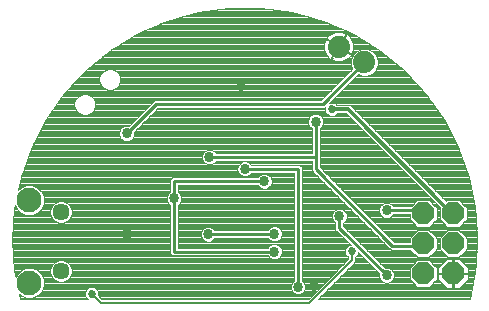
<source format=gbl>
G75*
%MOIN*%
%OFA0B0*%
%FSLAX25Y25*%
%IPPOS*%
%LPD*%
%AMOC8*
5,1,8,0,0,1.08239X$1,22.5*
%
%ADD10C,0.07400*%
%ADD11C,0.05709*%
%ADD12C,0.08268*%
%ADD13OC8,0.07400*%
%ADD14C,0.00394*%
%ADD15C,0.03369*%
%ADD16C,0.01200*%
%ADD17C,0.02700*%
%ADD18C,0.01000*%
%ADD19C,0.00600*%
D10*
X0123681Y0140342D03*
X0115164Y0145582D03*
D11*
X0022591Y0090446D03*
X0022591Y0070761D03*
D12*
X0012002Y0066827D03*
X0011956Y0094398D03*
D13*
X0143280Y0089964D03*
X0153280Y0089964D03*
X0153280Y0079964D03*
X0143280Y0079964D03*
X0143280Y0069964D03*
X0153280Y0069964D03*
D14*
X0153477Y0070152D02*
X0160567Y0070152D01*
X0160486Y0069760D02*
X0158177Y0069760D01*
X0158177Y0069767D02*
X0153477Y0069767D01*
X0153477Y0070160D01*
X0158177Y0070160D01*
X0158177Y0071992D01*
X0155308Y0074861D01*
X0153477Y0074861D01*
X0153477Y0070161D01*
X0153083Y0070161D01*
X0153083Y0074861D01*
X0151251Y0074861D01*
X0148383Y0071992D01*
X0148383Y0070160D01*
X0153083Y0070160D01*
X0153083Y0069767D01*
X0148383Y0069767D01*
X0148383Y0067935D01*
X0151251Y0065067D01*
X0153083Y0065067D01*
X0153083Y0069767D01*
X0153477Y0069767D01*
X0153477Y0065067D01*
X0155308Y0065067D01*
X0158177Y0067935D01*
X0158177Y0069767D01*
X0158177Y0069368D02*
X0160404Y0069368D01*
X0160323Y0068976D02*
X0158177Y0068976D01*
X0158177Y0068583D02*
X0160241Y0068583D01*
X0160160Y0068191D02*
X0158177Y0068191D01*
X0158040Y0067799D02*
X0160078Y0067799D01*
X0159997Y0067407D02*
X0157648Y0067407D01*
X0157256Y0067015D02*
X0159915Y0067015D01*
X0159834Y0066622D02*
X0156864Y0066622D01*
X0156471Y0066230D02*
X0159752Y0066230D01*
X0159671Y0065838D02*
X0156079Y0065838D01*
X0155687Y0065446D02*
X0159589Y0065446D01*
X0159508Y0065053D02*
X0111749Y0065053D01*
X0111357Y0064661D02*
X0159426Y0064661D01*
X0159345Y0064269D02*
X0110965Y0064269D01*
X0110573Y0063877D02*
X0159263Y0063877D01*
X0159182Y0063485D02*
X0110180Y0063485D01*
X0109788Y0063092D02*
X0159100Y0063092D01*
X0159019Y0062700D02*
X0109396Y0062700D01*
X0109004Y0062308D02*
X0158937Y0062308D01*
X0158856Y0061916D02*
X0108612Y0061916D01*
X0108229Y0061533D02*
X0119933Y0073237D01*
X0120576Y0073880D01*
X0120576Y0075395D01*
X0121626Y0076445D01*
X0121626Y0077066D01*
X0128682Y0070009D01*
X0128637Y0069901D01*
X0128637Y0068914D01*
X0129015Y0068002D01*
X0129713Y0067304D01*
X0130625Y0066926D01*
X0131612Y0066926D01*
X0132524Y0067304D01*
X0133221Y0068002D01*
X0133599Y0068914D01*
X0133599Y0069901D01*
X0133221Y0070813D01*
X0132524Y0071511D01*
X0131612Y0071888D01*
X0130625Y0071888D01*
X0130516Y0071843D01*
X0116667Y0085693D01*
X0116667Y0086944D01*
X0116776Y0086989D01*
X0117473Y0087687D01*
X0117851Y0088599D01*
X0117851Y0089586D01*
X0117473Y0090498D01*
X0116776Y0091196D01*
X0115864Y0091573D01*
X0114877Y0091573D01*
X0113965Y0091196D01*
X0113267Y0090498D01*
X0112889Y0089586D01*
X0112889Y0088599D01*
X0113267Y0087687D01*
X0113965Y0086989D01*
X0114073Y0086944D01*
X0114073Y0084618D01*
X0114833Y0083858D01*
X0119210Y0079481D01*
X0118589Y0079481D01*
X0117332Y0078223D01*
X0117332Y0076445D01*
X0118382Y0075395D01*
X0118382Y0074788D01*
X0105127Y0061533D01*
X0036031Y0061533D01*
X0034926Y0062638D01*
X0034926Y0064123D01*
X0033668Y0065381D01*
X0031889Y0065381D01*
X0030632Y0064123D01*
X0030632Y0062345D01*
X0031443Y0061533D01*
X0008972Y0061533D01*
X0008617Y0063238D01*
X0009209Y0062647D01*
X0011021Y0061896D01*
X0012983Y0061896D01*
X0014795Y0062647D01*
X0016182Y0064034D01*
X0016933Y0065846D01*
X0016933Y0067807D01*
X0016182Y0069620D01*
X0014795Y0071007D01*
X0012983Y0071757D01*
X0011021Y0071757D01*
X0009209Y0071007D01*
X0007822Y0069620D01*
X0007469Y0068766D01*
X0007075Y0070662D01*
X0006353Y0081218D01*
X0007075Y0091774D01*
X0007285Y0092789D01*
X0007776Y0091605D01*
X0009163Y0090218D01*
X0010975Y0089467D01*
X0012937Y0089467D01*
X0014749Y0090218D01*
X0016136Y0091605D01*
X0016887Y0093417D01*
X0016887Y0095379D01*
X0016136Y0097191D01*
X0014749Y0098578D01*
X0012937Y0099329D01*
X0010975Y0099329D01*
X0009163Y0098578D01*
X0008311Y0097726D01*
X0009227Y0102133D01*
X0012770Y0112103D01*
X0017638Y0121497D01*
X0023740Y0130141D01*
X0030961Y0137874D01*
X0039169Y0144551D01*
X0048209Y0150049D01*
X0057914Y0154264D01*
X0068102Y0157118D01*
X0078584Y0158559D01*
X0089164Y0158559D01*
X0099646Y0157118D01*
X0109834Y0154264D01*
X0119539Y0150049D01*
X0128579Y0144551D01*
X0136787Y0137874D01*
X0144008Y0130141D01*
X0150110Y0121497D01*
X0154978Y0112103D01*
X0158521Y0102133D01*
X0160673Y0091774D01*
X0161395Y0081218D01*
X0160673Y0070662D01*
X0158776Y0061533D01*
X0108229Y0061533D01*
X0106686Y0063092D02*
X0102333Y0063092D01*
X0102084Y0062989D02*
X0102996Y0063367D01*
X0103694Y0064065D01*
X0104072Y0064977D01*
X0104072Y0065964D01*
X0103694Y0066876D01*
X0102996Y0067574D01*
X0102887Y0067619D01*
X0102887Y0105378D01*
X0102128Y0106137D01*
X0086022Y0106137D01*
X0085977Y0106246D01*
X0085279Y0106944D01*
X0084368Y0107321D01*
X0083380Y0107321D01*
X0082469Y0106944D01*
X0081771Y0106246D01*
X0081393Y0105334D01*
X0081393Y0104347D01*
X0081771Y0103435D01*
X0082469Y0102737D01*
X0083380Y0102359D01*
X0084368Y0102359D01*
X0085279Y0102737D01*
X0085977Y0103435D01*
X0086022Y0103544D01*
X0100294Y0103544D01*
X0100294Y0067619D01*
X0100185Y0067574D01*
X0099487Y0066876D01*
X0099109Y0065964D01*
X0099109Y0064977D01*
X0099487Y0064065D01*
X0100185Y0063367D01*
X0101097Y0062989D01*
X0102084Y0062989D01*
X0103114Y0063485D02*
X0107078Y0063485D01*
X0107470Y0063877D02*
X0103506Y0063877D01*
X0103778Y0064269D02*
X0107863Y0064269D01*
X0108255Y0064661D02*
X0103941Y0064661D01*
X0104072Y0065053D02*
X0108647Y0065053D01*
X0109039Y0065446D02*
X0104072Y0065446D01*
X0104072Y0065838D02*
X0109431Y0065838D01*
X0109824Y0066230D02*
X0103961Y0066230D01*
X0103799Y0066622D02*
X0110216Y0066622D01*
X0110608Y0067015D02*
X0103555Y0067015D01*
X0103163Y0067407D02*
X0111000Y0067407D01*
X0111392Y0067799D02*
X0102887Y0067799D01*
X0102887Y0068191D02*
X0111785Y0068191D01*
X0112177Y0068583D02*
X0102887Y0068583D01*
X0102887Y0068976D02*
X0112569Y0068976D01*
X0112961Y0069368D02*
X0102887Y0069368D01*
X0102887Y0069760D02*
X0113354Y0069760D01*
X0113746Y0070152D02*
X0102887Y0070152D01*
X0102887Y0070544D02*
X0114138Y0070544D01*
X0114530Y0070937D02*
X0102887Y0070937D01*
X0102887Y0071329D02*
X0114922Y0071329D01*
X0115315Y0071721D02*
X0102887Y0071721D01*
X0102887Y0072113D02*
X0115707Y0072113D01*
X0116099Y0072505D02*
X0102887Y0072505D01*
X0102887Y0072898D02*
X0116491Y0072898D01*
X0116883Y0073290D02*
X0102887Y0073290D01*
X0102887Y0073682D02*
X0117276Y0073682D01*
X0117668Y0074074D02*
X0102887Y0074074D01*
X0102887Y0074467D02*
X0118060Y0074467D01*
X0118382Y0074859D02*
X0102887Y0074859D01*
X0102887Y0075251D02*
X0118382Y0075251D01*
X0118134Y0075643D02*
X0102887Y0075643D01*
X0102887Y0076035D02*
X0117741Y0076035D01*
X0117349Y0076428D02*
X0102887Y0076428D01*
X0102887Y0076820D02*
X0117332Y0076820D01*
X0117332Y0077212D02*
X0102887Y0077212D01*
X0102887Y0077604D02*
X0117332Y0077604D01*
X0117332Y0077996D02*
X0102887Y0077996D01*
X0102887Y0078389D02*
X0117497Y0078389D01*
X0117889Y0078781D02*
X0102887Y0078781D01*
X0102887Y0079173D02*
X0118282Y0079173D01*
X0118734Y0079958D02*
X0102887Y0079958D01*
X0102887Y0080350D02*
X0118342Y0080350D01*
X0117949Y0080742D02*
X0102887Y0080742D01*
X0102887Y0081134D02*
X0117557Y0081134D01*
X0117165Y0081526D02*
X0102887Y0081526D01*
X0102887Y0081919D02*
X0116773Y0081919D01*
X0116381Y0082311D02*
X0102887Y0082311D01*
X0102887Y0082703D02*
X0115988Y0082703D01*
X0115596Y0083095D02*
X0102887Y0083095D01*
X0102887Y0083487D02*
X0115204Y0083487D01*
X0114812Y0083880D02*
X0102887Y0083880D01*
X0102887Y0084272D02*
X0114420Y0084272D01*
X0114073Y0084664D02*
X0102887Y0084664D01*
X0102887Y0085056D02*
X0114073Y0085056D01*
X0114073Y0085448D02*
X0102887Y0085448D01*
X0102887Y0085841D02*
X0114073Y0085841D01*
X0114073Y0086233D02*
X0102887Y0086233D01*
X0102887Y0086625D02*
X0114073Y0086625D01*
X0113936Y0087017D02*
X0102887Y0087017D01*
X0102887Y0087410D02*
X0113544Y0087410D01*
X0113219Y0087802D02*
X0102887Y0087802D01*
X0102887Y0088194D02*
X0113057Y0088194D01*
X0112894Y0088586D02*
X0102887Y0088586D01*
X0102887Y0088978D02*
X0112889Y0088978D01*
X0112889Y0089371D02*
X0102887Y0089371D01*
X0102887Y0089763D02*
X0112962Y0089763D01*
X0113125Y0090155D02*
X0102887Y0090155D01*
X0102887Y0090547D02*
X0113316Y0090547D01*
X0113708Y0090939D02*
X0102887Y0090939D01*
X0102887Y0091332D02*
X0114293Y0091332D01*
X0116447Y0091332D02*
X0119171Y0091332D01*
X0118779Y0091724D02*
X0102887Y0091724D01*
X0102887Y0092116D02*
X0118386Y0092116D01*
X0117994Y0092508D02*
X0102887Y0092508D01*
X0102887Y0092901D02*
X0117602Y0092901D01*
X0117210Y0093293D02*
X0102887Y0093293D01*
X0102887Y0093685D02*
X0116817Y0093685D01*
X0116425Y0094077D02*
X0102887Y0094077D01*
X0102887Y0094469D02*
X0116033Y0094469D01*
X0115641Y0094862D02*
X0102887Y0094862D01*
X0102887Y0095254D02*
X0115249Y0095254D01*
X0114856Y0095646D02*
X0102887Y0095646D01*
X0102887Y0096038D02*
X0114464Y0096038D01*
X0114072Y0096430D02*
X0102887Y0096430D01*
X0102887Y0096823D02*
X0113680Y0096823D01*
X0113288Y0097215D02*
X0102887Y0097215D01*
X0102887Y0097607D02*
X0112895Y0097607D01*
X0112503Y0097999D02*
X0102887Y0097999D01*
X0102887Y0098391D02*
X0112111Y0098391D01*
X0111719Y0098784D02*
X0102887Y0098784D01*
X0102887Y0099176D02*
X0111326Y0099176D01*
X0110934Y0099568D02*
X0102887Y0099568D01*
X0102887Y0099960D02*
X0110542Y0099960D01*
X0110150Y0100353D02*
X0102887Y0100353D01*
X0102887Y0100745D02*
X0109758Y0100745D01*
X0109365Y0101137D02*
X0102887Y0101137D01*
X0102887Y0101529D02*
X0108973Y0101529D01*
X0108581Y0101921D02*
X0102887Y0101921D01*
X0102887Y0102314D02*
X0108189Y0102314D01*
X0107797Y0102706D02*
X0102887Y0102706D01*
X0102887Y0103098D02*
X0107404Y0103098D01*
X0107012Y0103490D02*
X0102887Y0103490D01*
X0102887Y0103882D02*
X0106620Y0103882D01*
X0106959Y0103544D02*
X0132549Y0077953D01*
X0138931Y0077953D01*
X0141417Y0075467D01*
X0145142Y0075467D01*
X0147777Y0078101D01*
X0147777Y0081826D01*
X0145142Y0084461D01*
X0141417Y0084461D01*
X0138783Y0081826D01*
X0138783Y0080547D01*
X0133624Y0080547D01*
X0108793Y0105378D01*
X0108793Y0118440D01*
X0108901Y0118485D01*
X0109599Y0119183D01*
X0109977Y0120095D01*
X0109977Y0121082D01*
X0109599Y0121994D01*
X0108901Y0122692D01*
X0107990Y0123070D01*
X0107003Y0123070D01*
X0106091Y0122692D01*
X0105393Y0121994D01*
X0105015Y0121082D01*
X0105015Y0120095D01*
X0105393Y0119183D01*
X0106091Y0118485D01*
X0106199Y0118440D01*
X0106199Y0110074D01*
X0074211Y0110074D01*
X0074166Y0110183D01*
X0073468Y0110881D01*
X0072557Y0111258D01*
X0071569Y0111258D01*
X0070658Y0110881D01*
X0069960Y0110183D01*
X0069582Y0109271D01*
X0069582Y0108284D01*
X0069960Y0107372D01*
X0070658Y0106674D01*
X0071569Y0106296D01*
X0072557Y0106296D01*
X0073468Y0106674D01*
X0074166Y0107372D01*
X0074211Y0107481D01*
X0106199Y0107481D01*
X0106199Y0104303D01*
X0106959Y0103544D01*
X0106228Y0104275D02*
X0102887Y0104275D01*
X0102887Y0104667D02*
X0106199Y0104667D01*
X0106199Y0105059D02*
X0102887Y0105059D01*
X0102814Y0105451D02*
X0106199Y0105451D01*
X0106199Y0105844D02*
X0102421Y0105844D01*
X0100294Y0103490D02*
X0086000Y0103490D01*
X0085640Y0103098D02*
X0089504Y0103098D01*
X0089857Y0103244D02*
X0088945Y0102866D01*
X0088247Y0102168D01*
X0088202Y0102060D01*
X0059715Y0102060D01*
X0058955Y0101300D01*
X0058955Y0097146D01*
X0058847Y0097101D01*
X0058149Y0096403D01*
X0057771Y0095491D01*
X0057771Y0094504D01*
X0058149Y0093592D01*
X0058847Y0092894D01*
X0058955Y0092850D01*
X0058955Y0076744D01*
X0059715Y0075984D01*
X0091568Y0075984D01*
X0091613Y0075876D01*
X0092311Y0075178D01*
X0093223Y0074800D01*
X0094210Y0074800D01*
X0095122Y0075178D01*
X0095820Y0075876D01*
X0096198Y0076788D01*
X0096198Y0077775D01*
X0095820Y0078687D01*
X0095122Y0079385D01*
X0094210Y0079762D01*
X0093223Y0079762D01*
X0092311Y0079385D01*
X0091613Y0078687D01*
X0091568Y0078578D01*
X0061549Y0078578D01*
X0061549Y0092850D01*
X0061657Y0092894D01*
X0062355Y0093592D01*
X0062733Y0094504D01*
X0062733Y0095491D01*
X0062355Y0096403D01*
X0061657Y0097101D01*
X0061549Y0097146D01*
X0061549Y0099466D01*
X0088202Y0099466D01*
X0088247Y0099358D01*
X0088945Y0098660D01*
X0089857Y0098282D01*
X0090844Y0098282D01*
X0091755Y0098660D01*
X0092453Y0099358D01*
X0092831Y0100270D01*
X0092831Y0101257D01*
X0092453Y0102168D01*
X0091755Y0102866D01*
X0090844Y0103244D01*
X0089857Y0103244D01*
X0088784Y0102706D02*
X0085204Y0102706D01*
X0082544Y0102706D02*
X0009431Y0102706D01*
X0009570Y0103098D02*
X0082108Y0103098D01*
X0081748Y0103490D02*
X0009709Y0103490D01*
X0009849Y0103882D02*
X0081585Y0103882D01*
X0081423Y0104275D02*
X0009988Y0104275D01*
X0010128Y0104667D02*
X0081393Y0104667D01*
X0081393Y0105059D02*
X0010267Y0105059D01*
X0010406Y0105451D02*
X0081442Y0105451D01*
X0081604Y0105844D02*
X0010546Y0105844D01*
X0010685Y0106236D02*
X0081766Y0106236D01*
X0082153Y0106628D02*
X0073357Y0106628D01*
X0073815Y0107020D02*
X0082653Y0107020D01*
X0085095Y0107020D02*
X0106199Y0107020D01*
X0106199Y0106628D02*
X0085595Y0106628D01*
X0085982Y0106236D02*
X0106199Y0106236D01*
X0106199Y0107412D02*
X0074183Y0107412D01*
X0074177Y0110158D02*
X0106199Y0110158D01*
X0106199Y0110550D02*
X0073799Y0110550D01*
X0073320Y0110942D02*
X0106199Y0110942D01*
X0106199Y0111334D02*
X0012497Y0111334D01*
X0012358Y0110942D02*
X0070806Y0110942D01*
X0070327Y0110550D02*
X0012219Y0110550D01*
X0012079Y0110158D02*
X0069949Y0110158D01*
X0069787Y0109766D02*
X0011940Y0109766D01*
X0011800Y0109373D02*
X0069624Y0109373D01*
X0069582Y0108981D02*
X0011661Y0108981D01*
X0011522Y0108589D02*
X0069582Y0108589D01*
X0069618Y0108197D02*
X0011382Y0108197D01*
X0011243Y0107805D02*
X0069780Y0107805D01*
X0069943Y0107412D02*
X0011103Y0107412D01*
X0010964Y0107020D02*
X0070311Y0107020D01*
X0070769Y0106628D02*
X0010825Y0106628D01*
X0009291Y0102314D02*
X0088392Y0102314D01*
X0088428Y0099176D02*
X0061549Y0099176D01*
X0061549Y0098784D02*
X0088821Y0098784D01*
X0089592Y0098391D02*
X0061549Y0098391D01*
X0061549Y0097999D02*
X0100294Y0097999D01*
X0100294Y0097607D02*
X0061549Y0097607D01*
X0061549Y0097215D02*
X0100294Y0097215D01*
X0100294Y0096823D02*
X0061936Y0096823D01*
X0062328Y0096430D02*
X0100294Y0096430D01*
X0100294Y0096038D02*
X0062507Y0096038D01*
X0062669Y0095646D02*
X0100294Y0095646D01*
X0100294Y0095254D02*
X0062733Y0095254D01*
X0062733Y0094862D02*
X0100294Y0094862D01*
X0100294Y0094469D02*
X0062719Y0094469D01*
X0062556Y0094077D02*
X0100294Y0094077D01*
X0100294Y0093685D02*
X0062394Y0093685D01*
X0062056Y0093293D02*
X0100294Y0093293D01*
X0100294Y0092901D02*
X0061663Y0092901D01*
X0061549Y0092508D02*
X0100294Y0092508D01*
X0100294Y0092116D02*
X0061549Y0092116D01*
X0061549Y0091724D02*
X0100294Y0091724D01*
X0100294Y0091332D02*
X0061549Y0091332D01*
X0061549Y0090939D02*
X0100294Y0090939D01*
X0100294Y0090547D02*
X0061549Y0090547D01*
X0061549Y0090155D02*
X0100294Y0090155D01*
X0100294Y0089763D02*
X0061549Y0089763D01*
X0061549Y0089371D02*
X0100294Y0089371D01*
X0100294Y0088978D02*
X0061549Y0088978D01*
X0061549Y0088586D02*
X0100294Y0088586D01*
X0100294Y0088194D02*
X0061549Y0088194D01*
X0061549Y0087802D02*
X0100294Y0087802D01*
X0100294Y0087410D02*
X0061549Y0087410D01*
X0061549Y0087017D02*
X0100294Y0087017D01*
X0100294Y0086625D02*
X0061549Y0086625D01*
X0061549Y0086233D02*
X0100294Y0086233D01*
X0100294Y0085841D02*
X0061549Y0085841D01*
X0061549Y0085448D02*
X0070871Y0085448D01*
X0071149Y0085563D02*
X0070237Y0085186D01*
X0069539Y0084488D01*
X0069161Y0083576D01*
X0069161Y0082589D01*
X0069539Y0081677D01*
X0070237Y0080979D01*
X0071149Y0080601D01*
X0072136Y0080601D01*
X0073048Y0080979D01*
X0073746Y0081677D01*
X0073791Y0081786D01*
X0091611Y0081786D01*
X0091613Y0081781D01*
X0092311Y0081083D01*
X0093223Y0080706D01*
X0094210Y0080706D01*
X0095122Y0081083D01*
X0095820Y0081781D01*
X0096198Y0082693D01*
X0096198Y0083680D01*
X0095820Y0084592D01*
X0095122Y0085290D01*
X0094210Y0085668D01*
X0093223Y0085668D01*
X0092311Y0085290D01*
X0091613Y0084592D01*
X0091525Y0084379D01*
X0073791Y0084379D01*
X0073746Y0084488D01*
X0073048Y0085186D01*
X0072136Y0085563D01*
X0071149Y0085563D01*
X0070107Y0085056D02*
X0061549Y0085056D01*
X0061549Y0084664D02*
X0069715Y0084664D01*
X0069449Y0084272D02*
X0061549Y0084272D01*
X0061549Y0083880D02*
X0069287Y0083880D01*
X0069161Y0083487D02*
X0061549Y0083487D01*
X0061549Y0083095D02*
X0069161Y0083095D01*
X0069161Y0082703D02*
X0061549Y0082703D01*
X0061549Y0082311D02*
X0069276Y0082311D01*
X0069439Y0081919D02*
X0061549Y0081919D01*
X0061549Y0081526D02*
X0069689Y0081526D01*
X0070082Y0081134D02*
X0061549Y0081134D01*
X0061549Y0080742D02*
X0070809Y0080742D01*
X0072475Y0080742D02*
X0093136Y0080742D01*
X0092260Y0081134D02*
X0073203Y0081134D01*
X0073595Y0081526D02*
X0091868Y0081526D01*
X0092747Y0079565D02*
X0061549Y0079565D01*
X0061549Y0079173D02*
X0092100Y0079173D01*
X0091707Y0078781D02*
X0061549Y0078781D01*
X0061549Y0079958D02*
X0100294Y0079958D01*
X0100294Y0080350D02*
X0061549Y0080350D01*
X0058955Y0080350D02*
X0006412Y0080350D01*
X0006385Y0080742D02*
X0058955Y0080742D01*
X0058955Y0081134D02*
X0006358Y0081134D01*
X0006374Y0081526D02*
X0058955Y0081526D01*
X0058955Y0081919D02*
X0006400Y0081919D01*
X0006427Y0082311D02*
X0058955Y0082311D01*
X0058955Y0082703D02*
X0006454Y0082703D01*
X0006481Y0083095D02*
X0058955Y0083095D01*
X0058955Y0083487D02*
X0006508Y0083487D01*
X0006535Y0083880D02*
X0058955Y0083880D01*
X0058955Y0084272D02*
X0006561Y0084272D01*
X0006588Y0084664D02*
X0058955Y0084664D01*
X0058955Y0085056D02*
X0006615Y0085056D01*
X0006642Y0085448D02*
X0058955Y0085448D01*
X0058955Y0085841D02*
X0006669Y0085841D01*
X0006696Y0086233D02*
X0058955Y0086233D01*
X0058955Y0086625D02*
X0006722Y0086625D01*
X0006749Y0087017D02*
X0021327Y0087017D01*
X0021865Y0086795D02*
X0020523Y0087351D01*
X0019496Y0088378D01*
X0018940Y0089720D01*
X0018940Y0091172D01*
X0019496Y0092514D01*
X0020523Y0093541D01*
X0021865Y0094097D01*
X0023317Y0094097D01*
X0024659Y0093541D01*
X0025686Y0092514D01*
X0026242Y0091172D01*
X0026242Y0089720D01*
X0025686Y0088378D01*
X0024659Y0087351D01*
X0023317Y0086795D01*
X0021865Y0086795D01*
X0020464Y0087410D02*
X0006776Y0087410D01*
X0006803Y0087802D02*
X0020072Y0087802D01*
X0019679Y0088194D02*
X0006830Y0088194D01*
X0006856Y0088586D02*
X0019409Y0088586D01*
X0019247Y0088978D02*
X0006883Y0088978D01*
X0006910Y0089371D02*
X0019084Y0089371D01*
X0018940Y0089763D02*
X0013651Y0089763D01*
X0014598Y0090155D02*
X0018940Y0090155D01*
X0018940Y0090547D02*
X0015078Y0090547D01*
X0015471Y0090939D02*
X0018940Y0090939D01*
X0019006Y0091332D02*
X0015863Y0091332D01*
X0016185Y0091724D02*
X0019168Y0091724D01*
X0019331Y0092116D02*
X0016348Y0092116D01*
X0016510Y0092508D02*
X0019493Y0092508D01*
X0019882Y0092901D02*
X0016673Y0092901D01*
X0016835Y0093293D02*
X0020274Y0093293D01*
X0020870Y0093685D02*
X0016887Y0093685D01*
X0016887Y0094077D02*
X0021817Y0094077D01*
X0023365Y0094077D02*
X0057948Y0094077D01*
X0058110Y0093685D02*
X0024312Y0093685D01*
X0024908Y0093293D02*
X0058448Y0093293D01*
X0058840Y0092901D02*
X0025300Y0092901D01*
X0025689Y0092508D02*
X0058955Y0092508D01*
X0058955Y0092116D02*
X0025851Y0092116D01*
X0026014Y0091724D02*
X0058955Y0091724D01*
X0058955Y0091332D02*
X0026176Y0091332D01*
X0026242Y0090939D02*
X0058955Y0090939D01*
X0058955Y0090547D02*
X0026242Y0090547D01*
X0026242Y0090155D02*
X0058955Y0090155D01*
X0058955Y0089763D02*
X0026242Y0089763D01*
X0026098Y0089371D02*
X0058955Y0089371D01*
X0058955Y0088978D02*
X0025935Y0088978D01*
X0025773Y0088586D02*
X0058955Y0088586D01*
X0058955Y0088194D02*
X0025503Y0088194D01*
X0025110Y0087802D02*
X0058955Y0087802D01*
X0058955Y0087410D02*
X0024718Y0087410D01*
X0023855Y0087017D02*
X0058955Y0087017D01*
X0058955Y0079958D02*
X0006439Y0079958D01*
X0006466Y0079565D02*
X0058955Y0079565D01*
X0058955Y0079173D02*
X0006492Y0079173D01*
X0006519Y0078781D02*
X0058955Y0078781D01*
X0058955Y0078389D02*
X0006546Y0078389D01*
X0006573Y0077996D02*
X0058955Y0077996D01*
X0058955Y0077604D02*
X0006600Y0077604D01*
X0006627Y0077212D02*
X0058955Y0077212D01*
X0058955Y0076820D02*
X0006653Y0076820D01*
X0006680Y0076428D02*
X0059272Y0076428D01*
X0059664Y0076035D02*
X0006707Y0076035D01*
X0006734Y0075643D02*
X0091846Y0075643D01*
X0092238Y0075251D02*
X0006761Y0075251D01*
X0006788Y0074859D02*
X0093082Y0074859D01*
X0094351Y0074859D02*
X0100294Y0074859D01*
X0100294Y0075251D02*
X0095195Y0075251D01*
X0095587Y0075643D02*
X0100294Y0075643D01*
X0100294Y0076035D02*
X0095886Y0076035D01*
X0096048Y0076428D02*
X0100294Y0076428D01*
X0100294Y0076820D02*
X0096198Y0076820D01*
X0096198Y0077212D02*
X0100294Y0077212D01*
X0100294Y0077604D02*
X0096198Y0077604D01*
X0096106Y0077996D02*
X0100294Y0077996D01*
X0100294Y0078389D02*
X0095943Y0078389D01*
X0095726Y0078781D02*
X0100294Y0078781D01*
X0100294Y0079173D02*
X0095334Y0079173D01*
X0094686Y0079565D02*
X0100294Y0079565D01*
X0100294Y0080742D02*
X0094297Y0080742D01*
X0095173Y0081134D02*
X0100294Y0081134D01*
X0100294Y0081526D02*
X0095565Y0081526D01*
X0095877Y0081919D02*
X0100294Y0081919D01*
X0100294Y0082311D02*
X0096039Y0082311D01*
X0096198Y0082703D02*
X0100294Y0082703D01*
X0100294Y0083095D02*
X0096198Y0083095D01*
X0096198Y0083487D02*
X0100294Y0083487D01*
X0100294Y0083880D02*
X0096115Y0083880D01*
X0095953Y0084272D02*
X0100294Y0084272D01*
X0100294Y0084664D02*
X0095748Y0084664D01*
X0095356Y0085056D02*
X0100294Y0085056D01*
X0100294Y0085448D02*
X0094740Y0085448D01*
X0092693Y0085448D02*
X0072413Y0085448D01*
X0073177Y0085056D02*
X0092077Y0085056D01*
X0091685Y0084664D02*
X0073569Y0084664D01*
X0058955Y0097215D02*
X0016112Y0097215D01*
X0016289Y0096823D02*
X0058568Y0096823D01*
X0058176Y0096430D02*
X0016451Y0096430D01*
X0016613Y0096038D02*
X0057997Y0096038D01*
X0057835Y0095646D02*
X0016776Y0095646D01*
X0016887Y0095254D02*
X0057771Y0095254D01*
X0057771Y0094862D02*
X0016887Y0094862D01*
X0016887Y0094469D02*
X0057785Y0094469D01*
X0058955Y0097607D02*
X0015720Y0097607D01*
X0015328Y0097999D02*
X0058955Y0097999D01*
X0058955Y0098391D02*
X0014935Y0098391D01*
X0014252Y0098784D02*
X0058955Y0098784D01*
X0058955Y0099176D02*
X0013305Y0099176D01*
X0010607Y0099176D02*
X0008613Y0099176D01*
X0008694Y0099568D02*
X0058955Y0099568D01*
X0058955Y0099960D02*
X0008776Y0099960D01*
X0008857Y0100353D02*
X0058955Y0100353D01*
X0058955Y0100745D02*
X0008939Y0100745D01*
X0009020Y0101137D02*
X0058955Y0101137D01*
X0059184Y0101529D02*
X0009102Y0101529D01*
X0009183Y0101921D02*
X0059576Y0101921D01*
X0046607Y0115246D02*
X0046985Y0116158D01*
X0046985Y0117145D01*
X0046940Y0117254D01*
X0054884Y0125197D01*
X0110370Y0125197D01*
X0110732Y0125559D01*
X0110732Y0123845D01*
X0111989Y0122587D01*
X0113768Y0122587D01*
X0114518Y0123337D01*
X0117700Y0123337D01*
X0148997Y0092040D01*
X0148783Y0091826D01*
X0148783Y0088101D01*
X0151417Y0085467D01*
X0155142Y0085467D01*
X0157777Y0088101D01*
X0157777Y0091826D01*
X0155142Y0094461D01*
X0151417Y0094461D01*
X0150972Y0094016D01*
X0118857Y0126131D01*
X0114518Y0126131D01*
X0113768Y0126881D01*
X0112054Y0126881D01*
X0121536Y0136363D01*
X0122787Y0135845D01*
X0124576Y0135845D01*
X0126229Y0136530D01*
X0127493Y0137795D01*
X0128178Y0139448D01*
X0128178Y0141237D01*
X0127493Y0142890D01*
X0126229Y0144155D01*
X0124576Y0144839D01*
X0122787Y0144839D01*
X0121134Y0144155D01*
X0119869Y0142890D01*
X0119184Y0141237D01*
X0119184Y0139448D01*
X0119702Y0138197D01*
X0109296Y0127791D01*
X0053809Y0127791D01*
X0045106Y0119088D01*
X0044997Y0119132D01*
X0044010Y0119132D01*
X0043098Y0118755D01*
X0042401Y0118057D01*
X0042023Y0117145D01*
X0042023Y0116158D01*
X0042401Y0115246D01*
X0043098Y0114548D01*
X0044010Y0114170D01*
X0044997Y0114170D01*
X0045909Y0114548D01*
X0046607Y0115246D01*
X0046612Y0115257D02*
X0106199Y0115257D01*
X0106199Y0115649D02*
X0046774Y0115649D01*
X0046937Y0116041D02*
X0106199Y0116041D01*
X0106199Y0116433D02*
X0046985Y0116433D01*
X0046985Y0116825D02*
X0106199Y0116825D01*
X0106199Y0117218D02*
X0046955Y0117218D01*
X0047296Y0117610D02*
X0106199Y0117610D01*
X0106199Y0118002D02*
X0047689Y0118002D01*
X0048081Y0118394D02*
X0106199Y0118394D01*
X0105789Y0118787D02*
X0048473Y0118787D01*
X0048865Y0119179D02*
X0105397Y0119179D01*
X0105232Y0119571D02*
X0049257Y0119571D01*
X0049650Y0119963D02*
X0105070Y0119963D01*
X0105015Y0120355D02*
X0050042Y0120355D01*
X0050434Y0120748D02*
X0105015Y0120748D01*
X0105039Y0121140D02*
X0050826Y0121140D01*
X0051219Y0121532D02*
X0105201Y0121532D01*
X0105364Y0121924D02*
X0051611Y0121924D01*
X0052003Y0122316D02*
X0105715Y0122316D01*
X0106131Y0122709D02*
X0052395Y0122709D01*
X0052787Y0123101D02*
X0111476Y0123101D01*
X0111868Y0122709D02*
X0108861Y0122709D01*
X0109277Y0122316D02*
X0118721Y0122316D01*
X0119113Y0121924D02*
X0109628Y0121924D01*
X0109791Y0121532D02*
X0119505Y0121532D01*
X0119898Y0121140D02*
X0109953Y0121140D01*
X0109977Y0120748D02*
X0120290Y0120748D01*
X0120682Y0120355D02*
X0109977Y0120355D01*
X0109923Y0119963D02*
X0121074Y0119963D01*
X0121466Y0119571D02*
X0109760Y0119571D01*
X0109595Y0119179D02*
X0121859Y0119179D01*
X0122251Y0118787D02*
X0109203Y0118787D01*
X0108793Y0118394D02*
X0122643Y0118394D01*
X0123035Y0118002D02*
X0108793Y0118002D01*
X0108793Y0117610D02*
X0123427Y0117610D01*
X0123820Y0117218D02*
X0108793Y0117218D01*
X0108793Y0116825D02*
X0124212Y0116825D01*
X0124604Y0116433D02*
X0108793Y0116433D01*
X0108793Y0116041D02*
X0124996Y0116041D01*
X0125389Y0115649D02*
X0108793Y0115649D01*
X0108793Y0115257D02*
X0125781Y0115257D01*
X0126173Y0114864D02*
X0108793Y0114864D01*
X0108793Y0114472D02*
X0126565Y0114472D01*
X0126957Y0114080D02*
X0108793Y0114080D01*
X0108793Y0113688D02*
X0127350Y0113688D01*
X0127742Y0113296D02*
X0108793Y0113296D01*
X0108793Y0112903D02*
X0128134Y0112903D01*
X0128526Y0112511D02*
X0108793Y0112511D01*
X0108793Y0112119D02*
X0128918Y0112119D01*
X0129311Y0111727D02*
X0108793Y0111727D01*
X0108793Y0111334D02*
X0129703Y0111334D01*
X0130095Y0110942D02*
X0108793Y0110942D01*
X0108793Y0110550D02*
X0130487Y0110550D01*
X0130880Y0110158D02*
X0108793Y0110158D01*
X0108793Y0109766D02*
X0131272Y0109766D01*
X0131664Y0109373D02*
X0108793Y0109373D01*
X0108793Y0108981D02*
X0132056Y0108981D01*
X0132448Y0108589D02*
X0108793Y0108589D01*
X0108793Y0108197D02*
X0132841Y0108197D01*
X0133233Y0107805D02*
X0108793Y0107805D01*
X0108793Y0107412D02*
X0133625Y0107412D01*
X0134017Y0107020D02*
X0108793Y0107020D01*
X0108793Y0106628D02*
X0134409Y0106628D01*
X0134802Y0106236D02*
X0108793Y0106236D01*
X0108793Y0105844D02*
X0135194Y0105844D01*
X0135586Y0105451D02*
X0108793Y0105451D01*
X0109111Y0105059D02*
X0135978Y0105059D01*
X0136370Y0104667D02*
X0109504Y0104667D01*
X0109896Y0104275D02*
X0136763Y0104275D01*
X0137155Y0103882D02*
X0110288Y0103882D01*
X0110680Y0103490D02*
X0137547Y0103490D01*
X0137939Y0103098D02*
X0111072Y0103098D01*
X0111465Y0102706D02*
X0138332Y0102706D01*
X0138724Y0102314D02*
X0111857Y0102314D01*
X0112249Y0101921D02*
X0139116Y0101921D01*
X0139508Y0101529D02*
X0112641Y0101529D01*
X0113033Y0101137D02*
X0139900Y0101137D01*
X0140293Y0100745D02*
X0113426Y0100745D01*
X0113818Y0100353D02*
X0140685Y0100353D01*
X0141077Y0099960D02*
X0114210Y0099960D01*
X0114602Y0099568D02*
X0141469Y0099568D01*
X0141861Y0099176D02*
X0114995Y0099176D01*
X0115387Y0098784D02*
X0142254Y0098784D01*
X0142646Y0098391D02*
X0115779Y0098391D01*
X0116171Y0097999D02*
X0143038Y0097999D01*
X0143430Y0097607D02*
X0116563Y0097607D01*
X0116956Y0097215D02*
X0143823Y0097215D01*
X0144215Y0096823D02*
X0117348Y0096823D01*
X0117740Y0096430D02*
X0144607Y0096430D01*
X0144999Y0096038D02*
X0118132Y0096038D01*
X0118524Y0095646D02*
X0145391Y0095646D01*
X0145784Y0095254D02*
X0118917Y0095254D01*
X0119309Y0094862D02*
X0146176Y0094862D01*
X0146568Y0094469D02*
X0119701Y0094469D01*
X0120093Y0094077D02*
X0141034Y0094077D01*
X0141417Y0094461D02*
X0139314Y0092358D01*
X0133266Y0092358D01*
X0133221Y0092466D01*
X0132524Y0093164D01*
X0131612Y0093542D01*
X0130625Y0093542D01*
X0129713Y0093164D01*
X0129015Y0092466D01*
X0128637Y0091554D01*
X0128637Y0090567D01*
X0129015Y0089655D01*
X0129713Y0088957D01*
X0130625Y0088580D01*
X0131612Y0088580D01*
X0132524Y0088957D01*
X0133221Y0089655D01*
X0133266Y0089764D01*
X0138783Y0089764D01*
X0138783Y0088101D01*
X0141417Y0085467D01*
X0145142Y0085467D01*
X0147777Y0088101D01*
X0147777Y0091826D01*
X0145142Y0094461D01*
X0141417Y0094461D01*
X0140642Y0093685D02*
X0120485Y0093685D01*
X0120878Y0093293D02*
X0130023Y0093293D01*
X0129449Y0092901D02*
X0121270Y0092901D01*
X0121662Y0092508D02*
X0129057Y0092508D01*
X0128870Y0092116D02*
X0122054Y0092116D01*
X0122447Y0091724D02*
X0128707Y0091724D01*
X0128637Y0091332D02*
X0122839Y0091332D01*
X0123231Y0090939D02*
X0128637Y0090939D01*
X0128645Y0090547D02*
X0123623Y0090547D01*
X0124015Y0090155D02*
X0128808Y0090155D01*
X0128970Y0089763D02*
X0124408Y0089763D01*
X0124800Y0089371D02*
X0129300Y0089371D01*
X0129692Y0088978D02*
X0125192Y0088978D01*
X0125584Y0088586D02*
X0130609Y0088586D01*
X0131627Y0088586D02*
X0138783Y0088586D01*
X0138783Y0088194D02*
X0125976Y0088194D01*
X0126369Y0087802D02*
X0139082Y0087802D01*
X0139474Y0087410D02*
X0126761Y0087410D01*
X0127153Y0087017D02*
X0139867Y0087017D01*
X0140259Y0086625D02*
X0127545Y0086625D01*
X0127938Y0086233D02*
X0140651Y0086233D01*
X0141043Y0085841D02*
X0128330Y0085841D01*
X0128722Y0085448D02*
X0161106Y0085448D01*
X0161133Y0085056D02*
X0129114Y0085056D01*
X0129506Y0084664D02*
X0161160Y0084664D01*
X0161187Y0084272D02*
X0155331Y0084272D01*
X0155142Y0084461D02*
X0151417Y0084461D01*
X0148783Y0081826D01*
X0148783Y0078101D01*
X0151417Y0075467D01*
X0155142Y0075467D01*
X0157777Y0078101D01*
X0157777Y0081826D01*
X0155142Y0084461D01*
X0155723Y0083880D02*
X0161213Y0083880D01*
X0161240Y0083487D02*
X0156116Y0083487D01*
X0156508Y0083095D02*
X0161267Y0083095D01*
X0161294Y0082703D02*
X0156900Y0082703D01*
X0157292Y0082311D02*
X0161321Y0082311D01*
X0161348Y0081919D02*
X0157684Y0081919D01*
X0157777Y0081526D02*
X0161374Y0081526D01*
X0161390Y0081134D02*
X0157777Y0081134D01*
X0157777Y0080742D02*
X0161363Y0080742D01*
X0161336Y0080350D02*
X0157777Y0080350D01*
X0157777Y0079958D02*
X0161309Y0079958D01*
X0161282Y0079565D02*
X0157777Y0079565D01*
X0157777Y0079173D02*
X0161256Y0079173D01*
X0161229Y0078781D02*
X0157777Y0078781D01*
X0157777Y0078389D02*
X0161202Y0078389D01*
X0161175Y0077996D02*
X0157672Y0077996D01*
X0157280Y0077604D02*
X0161148Y0077604D01*
X0161121Y0077212D02*
X0156888Y0077212D01*
X0156495Y0076820D02*
X0161095Y0076820D01*
X0161068Y0076428D02*
X0156103Y0076428D01*
X0155711Y0076035D02*
X0161041Y0076035D01*
X0161014Y0075643D02*
X0155319Y0075643D01*
X0155310Y0074859D02*
X0160961Y0074859D01*
X0160987Y0075251D02*
X0127108Y0075251D01*
X0126716Y0075643D02*
X0141241Y0075643D01*
X0140849Y0076035D02*
X0126324Y0076035D01*
X0125932Y0076428D02*
X0140456Y0076428D01*
X0140064Y0076820D02*
X0125540Y0076820D01*
X0125147Y0077212D02*
X0139672Y0077212D01*
X0139280Y0077604D02*
X0124755Y0077604D01*
X0124363Y0077996D02*
X0132506Y0077996D01*
X0132114Y0078389D02*
X0123971Y0078389D01*
X0123579Y0078781D02*
X0131722Y0078781D01*
X0131329Y0079173D02*
X0123186Y0079173D01*
X0122794Y0079565D02*
X0130937Y0079565D01*
X0130545Y0079958D02*
X0122402Y0079958D01*
X0122010Y0080350D02*
X0130153Y0080350D01*
X0129760Y0080742D02*
X0121617Y0080742D01*
X0121225Y0081134D02*
X0129368Y0081134D01*
X0128976Y0081526D02*
X0120833Y0081526D01*
X0120441Y0081919D02*
X0128584Y0081919D01*
X0128192Y0082311D02*
X0120049Y0082311D01*
X0119656Y0082703D02*
X0127799Y0082703D01*
X0127407Y0083095D02*
X0119264Y0083095D01*
X0118872Y0083487D02*
X0127015Y0083487D01*
X0126623Y0083880D02*
X0118480Y0083880D01*
X0118088Y0084272D02*
X0126231Y0084272D01*
X0125838Y0084664D02*
X0117695Y0084664D01*
X0117303Y0085056D02*
X0125446Y0085056D01*
X0125054Y0085448D02*
X0116911Y0085448D01*
X0116667Y0085841D02*
X0124662Y0085841D01*
X0124269Y0086233D02*
X0116667Y0086233D01*
X0116667Y0086625D02*
X0123877Y0086625D01*
X0123485Y0087017D02*
X0116804Y0087017D01*
X0117196Y0087410D02*
X0123093Y0087410D01*
X0122701Y0087802D02*
X0117521Y0087802D01*
X0117683Y0088194D02*
X0122308Y0088194D01*
X0121916Y0088586D02*
X0117846Y0088586D01*
X0117851Y0088978D02*
X0121524Y0088978D01*
X0121132Y0089371D02*
X0117851Y0089371D01*
X0117778Y0089763D02*
X0120740Y0089763D01*
X0120347Y0090155D02*
X0117615Y0090155D01*
X0117424Y0090547D02*
X0119955Y0090547D01*
X0119563Y0090939D02*
X0117032Y0090939D01*
X0119126Y0079565D02*
X0102887Y0079565D01*
X0100294Y0074467D02*
X0006814Y0074467D01*
X0006841Y0074074D02*
X0021049Y0074074D01*
X0020523Y0073856D02*
X0019496Y0072829D01*
X0018940Y0071487D01*
X0018940Y0070035D01*
X0019496Y0068693D01*
X0020523Y0067666D01*
X0021865Y0067110D01*
X0023317Y0067110D01*
X0024659Y0067666D01*
X0025686Y0068693D01*
X0026242Y0070035D01*
X0026242Y0071487D01*
X0025686Y0072829D01*
X0024659Y0073856D01*
X0023317Y0074412D01*
X0021865Y0074412D01*
X0020523Y0073856D01*
X0020349Y0073682D02*
X0006868Y0073682D01*
X0006895Y0073290D02*
X0019956Y0073290D01*
X0019564Y0072898D02*
X0006922Y0072898D01*
X0006948Y0072505D02*
X0019362Y0072505D01*
X0019199Y0072113D02*
X0006975Y0072113D01*
X0007002Y0071721D02*
X0010934Y0071721D01*
X0009987Y0071329D02*
X0007029Y0071329D01*
X0007056Y0070937D02*
X0009139Y0070937D01*
X0008747Y0070544D02*
X0007099Y0070544D01*
X0007181Y0070152D02*
X0008355Y0070152D01*
X0007962Y0069760D02*
X0007262Y0069760D01*
X0007344Y0069368D02*
X0007718Y0069368D01*
X0007555Y0068976D02*
X0007425Y0068976D01*
X0008648Y0063092D02*
X0008763Y0063092D01*
X0008729Y0062700D02*
X0009155Y0062700D01*
X0008811Y0062308D02*
X0010026Y0062308D01*
X0010973Y0061916D02*
X0008892Y0061916D01*
X0013031Y0061916D02*
X0031061Y0061916D01*
X0030669Y0062308D02*
X0013978Y0062308D01*
X0014849Y0062700D02*
X0030632Y0062700D01*
X0030632Y0063092D02*
X0015241Y0063092D01*
X0015633Y0063485D02*
X0030632Y0063485D01*
X0030632Y0063877D02*
X0016025Y0063877D01*
X0016280Y0064269D02*
X0030778Y0064269D01*
X0031170Y0064661D02*
X0016442Y0064661D01*
X0016605Y0065053D02*
X0031562Y0065053D01*
X0033995Y0065053D02*
X0099109Y0065053D01*
X0099109Y0065446D02*
X0016767Y0065446D01*
X0016929Y0065838D02*
X0099109Y0065838D01*
X0099220Y0066230D02*
X0016933Y0066230D01*
X0016933Y0066622D02*
X0099382Y0066622D01*
X0099626Y0067015D02*
X0016933Y0067015D01*
X0016933Y0067407D02*
X0021148Y0067407D01*
X0020389Y0067799D02*
X0016933Y0067799D01*
X0016774Y0068191D02*
X0019997Y0068191D01*
X0019605Y0068583D02*
X0016611Y0068583D01*
X0016449Y0068976D02*
X0019379Y0068976D01*
X0019216Y0069368D02*
X0016286Y0069368D01*
X0016042Y0069760D02*
X0019054Y0069760D01*
X0018940Y0070152D02*
X0015649Y0070152D01*
X0015257Y0070544D02*
X0018940Y0070544D01*
X0018940Y0070937D02*
X0014865Y0070937D01*
X0014017Y0071329D02*
X0018940Y0071329D01*
X0019037Y0071721D02*
X0013070Y0071721D01*
X0024133Y0074074D02*
X0100294Y0074074D01*
X0100294Y0073682D02*
X0024833Y0073682D01*
X0025226Y0073290D02*
X0100294Y0073290D01*
X0100294Y0072898D02*
X0025618Y0072898D01*
X0025820Y0072505D02*
X0100294Y0072505D01*
X0100294Y0072113D02*
X0025983Y0072113D01*
X0026145Y0071721D02*
X0100294Y0071721D01*
X0100294Y0071329D02*
X0026242Y0071329D01*
X0026242Y0070937D02*
X0100294Y0070937D01*
X0100294Y0070544D02*
X0026242Y0070544D01*
X0026242Y0070152D02*
X0100294Y0070152D01*
X0100294Y0069760D02*
X0026128Y0069760D01*
X0025966Y0069368D02*
X0100294Y0069368D01*
X0100294Y0068976D02*
X0025804Y0068976D01*
X0025577Y0068583D02*
X0100294Y0068583D01*
X0100294Y0068191D02*
X0025185Y0068191D01*
X0024793Y0067799D02*
X0100294Y0067799D01*
X0100018Y0067407D02*
X0024034Y0067407D01*
X0034388Y0064661D02*
X0099240Y0064661D01*
X0099403Y0064269D02*
X0034780Y0064269D01*
X0034926Y0063877D02*
X0099675Y0063877D01*
X0100067Y0063485D02*
X0034926Y0063485D01*
X0034926Y0063092D02*
X0100848Y0063092D01*
X0105509Y0061916D02*
X0035648Y0061916D01*
X0035256Y0062308D02*
X0105901Y0062308D01*
X0106294Y0062700D02*
X0034926Y0062700D01*
X0010261Y0089763D02*
X0006937Y0089763D01*
X0006964Y0090155D02*
X0009314Y0090155D01*
X0008833Y0090547D02*
X0006991Y0090547D01*
X0007017Y0090939D02*
X0008441Y0090939D01*
X0008049Y0091332D02*
X0007044Y0091332D01*
X0007071Y0091724D02*
X0007727Y0091724D01*
X0007564Y0092116D02*
X0007146Y0092116D01*
X0007227Y0092508D02*
X0007402Y0092508D01*
X0008368Y0097999D02*
X0008584Y0097999D01*
X0008450Y0098391D02*
X0008977Y0098391D01*
X0008531Y0098784D02*
X0009660Y0098784D01*
X0012637Y0111727D02*
X0106199Y0111727D01*
X0106199Y0112119D02*
X0012779Y0112119D01*
X0012982Y0112511D02*
X0106199Y0112511D01*
X0106199Y0112903D02*
X0013185Y0112903D01*
X0013388Y0113296D02*
X0106199Y0113296D01*
X0106199Y0113688D02*
X0013592Y0113688D01*
X0013795Y0114080D02*
X0106199Y0114080D01*
X0106199Y0114472D02*
X0045726Y0114472D01*
X0046226Y0114864D02*
X0106199Y0114864D01*
X0111084Y0123493D02*
X0053180Y0123493D01*
X0053572Y0123885D02*
X0110732Y0123885D01*
X0110732Y0124277D02*
X0053964Y0124277D01*
X0054356Y0124670D02*
X0110732Y0124670D01*
X0110732Y0125062D02*
X0054748Y0125062D01*
X0053042Y0127023D02*
X0034009Y0127023D01*
X0034015Y0127010D02*
X0033487Y0128284D01*
X0032511Y0129260D01*
X0031236Y0129788D01*
X0029856Y0129788D01*
X0028582Y0129260D01*
X0027606Y0128284D01*
X0027078Y0127010D01*
X0027078Y0125630D01*
X0027606Y0124355D01*
X0028582Y0123379D01*
X0029856Y0122851D01*
X0031236Y0122851D01*
X0032511Y0123379D01*
X0033487Y0124355D01*
X0034015Y0125630D01*
X0034015Y0127010D01*
X0034015Y0126631D02*
X0052649Y0126631D01*
X0052257Y0126239D02*
X0034015Y0126239D01*
X0034015Y0125846D02*
X0051865Y0125846D01*
X0051473Y0125454D02*
X0033942Y0125454D01*
X0033780Y0125062D02*
X0051080Y0125062D01*
X0050688Y0124670D02*
X0033617Y0124670D01*
X0033409Y0124277D02*
X0050296Y0124277D01*
X0049904Y0123885D02*
X0033017Y0123885D01*
X0032625Y0123493D02*
X0049512Y0123493D01*
X0049119Y0123101D02*
X0031839Y0123101D01*
X0029254Y0123101D02*
X0018770Y0123101D01*
X0019047Y0123493D02*
X0028468Y0123493D01*
X0028076Y0123885D02*
X0019324Y0123885D01*
X0019601Y0124277D02*
X0027683Y0124277D01*
X0027475Y0124670D02*
X0019878Y0124670D01*
X0020154Y0125062D02*
X0027313Y0125062D01*
X0027151Y0125454D02*
X0020431Y0125454D01*
X0020708Y0125846D02*
X0027078Y0125846D01*
X0027078Y0126239D02*
X0020985Y0126239D01*
X0021262Y0126631D02*
X0027078Y0126631D01*
X0027083Y0127023D02*
X0021539Y0127023D01*
X0021815Y0127415D02*
X0027246Y0127415D01*
X0027408Y0127807D02*
X0022092Y0127807D01*
X0022369Y0128200D02*
X0027571Y0128200D01*
X0027913Y0128592D02*
X0022646Y0128592D01*
X0022923Y0128984D02*
X0028306Y0128984D01*
X0028862Y0129376D02*
X0023200Y0129376D01*
X0023477Y0129768D02*
X0029809Y0129768D01*
X0031284Y0129768D02*
X0111273Y0129768D01*
X0110881Y0129376D02*
X0032231Y0129376D01*
X0032787Y0128984D02*
X0110489Y0128984D01*
X0110097Y0128592D02*
X0033179Y0128592D01*
X0033522Y0128200D02*
X0109705Y0128200D01*
X0109312Y0127807D02*
X0033684Y0127807D01*
X0033847Y0127415D02*
X0053434Y0127415D01*
X0048727Y0122709D02*
X0018493Y0122709D01*
X0018216Y0122316D02*
X0048335Y0122316D01*
X0047943Y0121924D02*
X0017940Y0121924D01*
X0017663Y0121532D02*
X0047551Y0121532D01*
X0047158Y0121140D02*
X0017453Y0121140D01*
X0017250Y0120748D02*
X0046766Y0120748D01*
X0046374Y0120355D02*
X0017046Y0120355D01*
X0016843Y0119963D02*
X0045982Y0119963D01*
X0045589Y0119571D02*
X0016640Y0119571D01*
X0016437Y0119179D02*
X0045197Y0119179D01*
X0043175Y0118787D02*
X0016234Y0118787D01*
X0016030Y0118394D02*
X0042738Y0118394D01*
X0042378Y0118002D02*
X0015827Y0118002D01*
X0015624Y0117610D02*
X0042215Y0117610D01*
X0042053Y0117218D02*
X0015421Y0117218D01*
X0015217Y0116825D02*
X0042023Y0116825D01*
X0042023Y0116433D02*
X0015014Y0116433D01*
X0014811Y0116041D02*
X0042071Y0116041D01*
X0042234Y0115649D02*
X0014608Y0115649D01*
X0014405Y0115257D02*
X0042396Y0115257D01*
X0042782Y0114864D02*
X0014201Y0114864D01*
X0013998Y0114472D02*
X0043282Y0114472D01*
X0039588Y0131203D02*
X0038208Y0131203D01*
X0036933Y0131731D01*
X0035958Y0132707D01*
X0035430Y0133981D01*
X0035430Y0135361D01*
X0035958Y0136636D01*
X0036933Y0137612D01*
X0038208Y0138140D01*
X0039588Y0138140D01*
X0040863Y0137612D01*
X0041838Y0136636D01*
X0042366Y0135361D01*
X0042366Y0133981D01*
X0041838Y0132707D01*
X0040863Y0131731D01*
X0039588Y0131203D01*
X0039913Y0131337D02*
X0112842Y0131337D01*
X0112450Y0130945D02*
X0024491Y0130945D01*
X0024857Y0131337D02*
X0037883Y0131337D01*
X0036936Y0131730D02*
X0025223Y0131730D01*
X0025589Y0132122D02*
X0036542Y0132122D01*
X0036150Y0132514D02*
X0025956Y0132514D01*
X0026322Y0132906D02*
X0035875Y0132906D01*
X0035712Y0133298D02*
X0026688Y0133298D01*
X0027055Y0133691D02*
X0035550Y0133691D01*
X0035430Y0134083D02*
X0027421Y0134083D01*
X0027787Y0134475D02*
X0035430Y0134475D01*
X0035430Y0134867D02*
X0028154Y0134867D01*
X0028520Y0135259D02*
X0035430Y0135259D01*
X0035550Y0135652D02*
X0028886Y0135652D01*
X0029252Y0136044D02*
X0035712Y0136044D01*
X0035875Y0136436D02*
X0029619Y0136436D01*
X0029985Y0136828D02*
X0036150Y0136828D01*
X0036542Y0137220D02*
X0030351Y0137220D01*
X0030718Y0137613D02*
X0036936Y0137613D01*
X0037882Y0138005D02*
X0031123Y0138005D01*
X0031605Y0138397D02*
X0119620Y0138397D01*
X0119510Y0138005D02*
X0039914Y0138005D01*
X0040860Y0137613D02*
X0119118Y0137613D01*
X0118725Y0137220D02*
X0041254Y0137220D01*
X0041646Y0136828D02*
X0118333Y0136828D01*
X0117941Y0136436D02*
X0041921Y0136436D01*
X0042084Y0136044D02*
X0117549Y0136044D01*
X0117157Y0135652D02*
X0042246Y0135652D01*
X0042366Y0135259D02*
X0116764Y0135259D01*
X0116372Y0134867D02*
X0042366Y0134867D01*
X0042366Y0134475D02*
X0115980Y0134475D01*
X0115588Y0134083D02*
X0042366Y0134083D01*
X0042246Y0133691D02*
X0115195Y0133691D01*
X0114803Y0133298D02*
X0042084Y0133298D01*
X0041921Y0132906D02*
X0114411Y0132906D01*
X0114019Y0132514D02*
X0041646Y0132514D01*
X0041254Y0132122D02*
X0113627Y0132122D01*
X0113234Y0131730D02*
X0040859Y0131730D01*
X0033533Y0139966D02*
X0119184Y0139966D01*
X0119184Y0140358D02*
X0034015Y0140358D01*
X0034497Y0140750D02*
X0114368Y0140750D01*
X0114017Y0140806D02*
X0114779Y0140685D01*
X0115549Y0140685D01*
X0116311Y0140806D01*
X0117044Y0141044D01*
X0117730Y0141394D01*
X0118354Y0141847D01*
X0118899Y0142392D01*
X0119231Y0142849D01*
X0115229Y0145311D01*
X0115435Y0145647D01*
X0115100Y0145853D01*
X0117562Y0149856D01*
X0117044Y0150120D01*
X0116311Y0150358D01*
X0115549Y0150479D01*
X0114779Y0150479D01*
X0114017Y0150358D01*
X0113284Y0150120D01*
X0112597Y0149770D01*
X0111974Y0149317D01*
X0111429Y0148772D01*
X0111097Y0148315D01*
X0115099Y0145853D01*
X0114893Y0145518D01*
X0110890Y0147980D01*
X0110626Y0147462D01*
X0110388Y0146729D01*
X0110267Y0145968D01*
X0110267Y0145197D01*
X0110388Y0144436D01*
X0110626Y0143702D01*
X0110976Y0143016D01*
X0111429Y0142392D01*
X0111974Y0141847D01*
X0112431Y0141515D01*
X0114893Y0145518D01*
X0115228Y0145311D01*
X0112766Y0141308D01*
X0113284Y0141044D01*
X0114017Y0140806D01*
X0113091Y0141143D02*
X0034979Y0141143D01*
X0035461Y0141535D02*
X0112404Y0141535D01*
X0112443Y0141535D02*
X0112905Y0141535D01*
X0112684Y0141927D02*
X0113146Y0141927D01*
X0112926Y0142319D02*
X0113388Y0142319D01*
X0113167Y0142711D02*
X0113629Y0142711D01*
X0113408Y0143104D02*
X0113870Y0143104D01*
X0113649Y0143496D02*
X0114112Y0143496D01*
X0113891Y0143888D02*
X0114353Y0143888D01*
X0114132Y0144280D02*
X0114594Y0144280D01*
X0114373Y0144673D02*
X0114835Y0144673D01*
X0114615Y0145065D02*
X0115077Y0145065D01*
X0114992Y0145457D02*
X0114856Y0145457D01*
X0115097Y0145849D02*
X0114354Y0145849D01*
X0114468Y0146241D02*
X0113717Y0146241D01*
X0113831Y0146634D02*
X0113079Y0146634D01*
X0113193Y0147026D02*
X0112442Y0147026D01*
X0112556Y0147418D02*
X0111804Y0147418D01*
X0111918Y0147810D02*
X0111167Y0147810D01*
X0110803Y0147810D02*
X0044528Y0147810D01*
X0043883Y0147418D02*
X0110612Y0147418D01*
X0110484Y0147026D02*
X0043238Y0147026D01*
X0042593Y0146634D02*
X0110373Y0146634D01*
X0110311Y0146241D02*
X0041949Y0146241D01*
X0041304Y0145849D02*
X0110267Y0145849D01*
X0110267Y0145457D02*
X0040659Y0145457D01*
X0040014Y0145065D02*
X0110288Y0145065D01*
X0110350Y0144673D02*
X0039369Y0144673D01*
X0038836Y0144280D02*
X0110438Y0144280D01*
X0110566Y0143888D02*
X0038354Y0143888D01*
X0037872Y0143496D02*
X0110731Y0143496D01*
X0110931Y0143104D02*
X0037390Y0143104D01*
X0036908Y0142711D02*
X0111197Y0142711D01*
X0111502Y0142319D02*
X0036426Y0142319D01*
X0035944Y0141927D02*
X0111894Y0141927D01*
X0115629Y0145065D02*
X0116381Y0145065D01*
X0116267Y0144673D02*
X0117018Y0144673D01*
X0116905Y0144280D02*
X0117656Y0144280D01*
X0117542Y0143888D02*
X0118293Y0143888D01*
X0118180Y0143496D02*
X0118931Y0143496D01*
X0118817Y0143104D02*
X0120083Y0143104D01*
X0119795Y0142711D02*
X0119131Y0142711D01*
X0118826Y0142319D02*
X0119633Y0142319D01*
X0119470Y0141927D02*
X0118434Y0141927D01*
X0117924Y0141535D02*
X0119308Y0141535D01*
X0119184Y0141143D02*
X0117237Y0141143D01*
X0115960Y0140750D02*
X0119184Y0140750D01*
X0119184Y0139574D02*
X0033051Y0139574D01*
X0032569Y0139182D02*
X0119295Y0139182D01*
X0119457Y0138789D02*
X0032087Y0138789D01*
X0024124Y0130553D02*
X0112058Y0130553D01*
X0111666Y0130161D02*
X0023758Y0130161D01*
X0045173Y0148202D02*
X0111280Y0148202D01*
X0111300Y0148595D02*
X0045818Y0148595D01*
X0046463Y0148987D02*
X0111643Y0148987D01*
X0112059Y0149379D02*
X0047108Y0149379D01*
X0047753Y0149771D02*
X0112599Y0149771D01*
X0113417Y0150163D02*
X0048474Y0150163D01*
X0049377Y0150556D02*
X0118371Y0150556D01*
X0117468Y0150948D02*
X0050280Y0150948D01*
X0051183Y0151340D02*
X0116565Y0151340D01*
X0115662Y0151732D02*
X0052086Y0151732D01*
X0052989Y0152125D02*
X0114759Y0152125D01*
X0113856Y0152517D02*
X0053892Y0152517D01*
X0054795Y0152909D02*
X0112953Y0152909D01*
X0112051Y0153301D02*
X0055698Y0153301D01*
X0056600Y0153693D02*
X0111148Y0153693D01*
X0110245Y0154086D02*
X0057503Y0154086D01*
X0058678Y0154478D02*
X0109070Y0154478D01*
X0107671Y0154870D02*
X0060077Y0154870D01*
X0061477Y0155262D02*
X0106271Y0155262D01*
X0104871Y0155654D02*
X0062877Y0155654D01*
X0064277Y0156047D02*
X0103471Y0156047D01*
X0102071Y0156439D02*
X0065677Y0156439D01*
X0067076Y0156831D02*
X0100672Y0156831D01*
X0098883Y0157223D02*
X0068865Y0157223D01*
X0071719Y0157616D02*
X0096029Y0157616D01*
X0093176Y0158008D02*
X0074572Y0158008D01*
X0077426Y0158400D02*
X0090322Y0158400D01*
X0115106Y0145849D02*
X0115559Y0145849D01*
X0115435Y0145647D02*
X0117897Y0149649D01*
X0118354Y0149317D01*
X0118899Y0148772D01*
X0119352Y0148149D01*
X0119702Y0147462D01*
X0119940Y0146729D01*
X0120061Y0145968D01*
X0120061Y0145197D01*
X0119940Y0144436D01*
X0119702Y0143702D01*
X0119438Y0143184D01*
X0115435Y0145647D01*
X0115318Y0145457D02*
X0115743Y0145457D01*
X0115801Y0146241D02*
X0115338Y0146241D01*
X0115580Y0146634D02*
X0116042Y0146634D01*
X0115821Y0147026D02*
X0116283Y0147026D01*
X0116062Y0147418D02*
X0116524Y0147418D01*
X0116304Y0147810D02*
X0116766Y0147810D01*
X0116545Y0148202D02*
X0117007Y0148202D01*
X0116786Y0148595D02*
X0117248Y0148595D01*
X0117027Y0148987D02*
X0117490Y0148987D01*
X0117269Y0149379D02*
X0117731Y0149379D01*
X0117510Y0149771D02*
X0119995Y0149771D01*
X0120640Y0149379D02*
X0118269Y0149379D01*
X0118685Y0148987D02*
X0121285Y0148987D01*
X0121930Y0148595D02*
X0119028Y0148595D01*
X0119313Y0148202D02*
X0122575Y0148202D01*
X0123220Y0147810D02*
X0119525Y0147810D01*
X0119716Y0147418D02*
X0123865Y0147418D01*
X0124510Y0147026D02*
X0119844Y0147026D01*
X0119955Y0146634D02*
X0125155Y0146634D01*
X0125799Y0146241D02*
X0120017Y0146241D01*
X0120061Y0145849D02*
X0126444Y0145849D01*
X0127089Y0145457D02*
X0120061Y0145457D01*
X0120040Y0145065D02*
X0127734Y0145065D01*
X0128379Y0144673D02*
X0124978Y0144673D01*
X0125925Y0144280D02*
X0128912Y0144280D01*
X0129394Y0143888D02*
X0126495Y0143888D01*
X0126887Y0143496D02*
X0129876Y0143496D01*
X0130358Y0143104D02*
X0127279Y0143104D01*
X0127567Y0142711D02*
X0130840Y0142711D01*
X0131322Y0142319D02*
X0127730Y0142319D01*
X0127892Y0141927D02*
X0131804Y0141927D01*
X0132287Y0141535D02*
X0128055Y0141535D01*
X0128178Y0141143D02*
X0132769Y0141143D01*
X0133251Y0140750D02*
X0128178Y0140750D01*
X0128178Y0140358D02*
X0133733Y0140358D01*
X0134215Y0139966D02*
X0128178Y0139966D01*
X0128178Y0139574D02*
X0134697Y0139574D01*
X0135179Y0139182D02*
X0128068Y0139182D01*
X0127905Y0138789D02*
X0135661Y0138789D01*
X0136143Y0138397D02*
X0127743Y0138397D01*
X0127580Y0138005D02*
X0136625Y0138005D01*
X0137030Y0137613D02*
X0127311Y0137613D01*
X0126919Y0137220D02*
X0137397Y0137220D01*
X0137763Y0136828D02*
X0126527Y0136828D01*
X0126002Y0136436D02*
X0138129Y0136436D01*
X0138496Y0136044D02*
X0125055Y0136044D01*
X0122308Y0136044D02*
X0121217Y0136044D01*
X0120825Y0135652D02*
X0138862Y0135652D01*
X0139228Y0135259D02*
X0120432Y0135259D01*
X0120040Y0134867D02*
X0139595Y0134867D01*
X0139961Y0134475D02*
X0119648Y0134475D01*
X0119256Y0134083D02*
X0140327Y0134083D01*
X0140693Y0133691D02*
X0118864Y0133691D01*
X0118471Y0133298D02*
X0141060Y0133298D01*
X0141426Y0132906D02*
X0118079Y0132906D01*
X0117687Y0132514D02*
X0141792Y0132514D01*
X0142159Y0132122D02*
X0117295Y0132122D01*
X0116902Y0131730D02*
X0142525Y0131730D01*
X0142891Y0131337D02*
X0116510Y0131337D01*
X0116118Y0130945D02*
X0143258Y0130945D01*
X0143624Y0130553D02*
X0115726Y0130553D01*
X0115334Y0130161D02*
X0143990Y0130161D01*
X0144271Y0129768D02*
X0114941Y0129768D01*
X0114549Y0129376D02*
X0144548Y0129376D01*
X0144825Y0128984D02*
X0114157Y0128984D01*
X0113765Y0128592D02*
X0145102Y0128592D01*
X0145379Y0128200D02*
X0113373Y0128200D01*
X0112980Y0127807D02*
X0145656Y0127807D01*
X0145933Y0127415D02*
X0112588Y0127415D01*
X0112196Y0127023D02*
X0146209Y0127023D01*
X0146486Y0126631D02*
X0114018Y0126631D01*
X0114410Y0126239D02*
X0146763Y0126239D01*
X0147040Y0125846D02*
X0119142Y0125846D01*
X0119534Y0125454D02*
X0147317Y0125454D01*
X0147594Y0125062D02*
X0119926Y0125062D01*
X0120319Y0124670D02*
X0147870Y0124670D01*
X0148147Y0124277D02*
X0120711Y0124277D01*
X0121103Y0123885D02*
X0148424Y0123885D01*
X0148701Y0123493D02*
X0121495Y0123493D01*
X0121887Y0123101D02*
X0148978Y0123101D01*
X0149255Y0122709D02*
X0122280Y0122709D01*
X0122672Y0122316D02*
X0149532Y0122316D01*
X0149808Y0121924D02*
X0123064Y0121924D01*
X0123456Y0121532D02*
X0150085Y0121532D01*
X0150295Y0121140D02*
X0123848Y0121140D01*
X0124241Y0120748D02*
X0150498Y0120748D01*
X0150702Y0120355D02*
X0124633Y0120355D01*
X0125025Y0119963D02*
X0150905Y0119963D01*
X0151108Y0119571D02*
X0125417Y0119571D01*
X0125810Y0119179D02*
X0151311Y0119179D01*
X0151514Y0118787D02*
X0126202Y0118787D01*
X0126594Y0118394D02*
X0151718Y0118394D01*
X0151921Y0118002D02*
X0126986Y0118002D01*
X0127378Y0117610D02*
X0152124Y0117610D01*
X0152327Y0117218D02*
X0127771Y0117218D01*
X0128163Y0116825D02*
X0152531Y0116825D01*
X0152734Y0116433D02*
X0128555Y0116433D01*
X0128947Y0116041D02*
X0152937Y0116041D01*
X0153140Y0115649D02*
X0129339Y0115649D01*
X0129732Y0115257D02*
X0153344Y0115257D01*
X0153547Y0114864D02*
X0130124Y0114864D01*
X0130516Y0114472D02*
X0153750Y0114472D01*
X0153953Y0114080D02*
X0130908Y0114080D01*
X0131300Y0113688D02*
X0154156Y0113688D01*
X0154360Y0113296D02*
X0131693Y0113296D01*
X0132085Y0112903D02*
X0154563Y0112903D01*
X0154766Y0112511D02*
X0132477Y0112511D01*
X0132869Y0112119D02*
X0154969Y0112119D01*
X0155111Y0111727D02*
X0133262Y0111727D01*
X0133654Y0111334D02*
X0155251Y0111334D01*
X0155390Y0110942D02*
X0134046Y0110942D01*
X0134438Y0110550D02*
X0155529Y0110550D01*
X0155669Y0110158D02*
X0134830Y0110158D01*
X0135223Y0109766D02*
X0155808Y0109766D01*
X0155948Y0109373D02*
X0135615Y0109373D01*
X0136007Y0108981D02*
X0156087Y0108981D01*
X0156226Y0108589D02*
X0136399Y0108589D01*
X0136791Y0108197D02*
X0156366Y0108197D01*
X0156505Y0107805D02*
X0137184Y0107805D01*
X0137576Y0107412D02*
X0156645Y0107412D01*
X0156784Y0107020D02*
X0137968Y0107020D01*
X0138360Y0106628D02*
X0156923Y0106628D01*
X0157063Y0106236D02*
X0138753Y0106236D01*
X0139145Y0105844D02*
X0157202Y0105844D01*
X0157342Y0105451D02*
X0139537Y0105451D01*
X0139929Y0105059D02*
X0157481Y0105059D01*
X0157620Y0104667D02*
X0140321Y0104667D01*
X0140714Y0104275D02*
X0157760Y0104275D01*
X0157899Y0103882D02*
X0141106Y0103882D01*
X0141498Y0103490D02*
X0158039Y0103490D01*
X0158178Y0103098D02*
X0141890Y0103098D01*
X0142282Y0102706D02*
X0158317Y0102706D01*
X0158457Y0102314D02*
X0142675Y0102314D01*
X0143067Y0101921D02*
X0158565Y0101921D01*
X0158646Y0101529D02*
X0143459Y0101529D01*
X0143851Y0101137D02*
X0158728Y0101137D01*
X0158809Y0100745D02*
X0144243Y0100745D01*
X0144636Y0100353D02*
X0158891Y0100353D01*
X0158972Y0099960D02*
X0145028Y0099960D01*
X0145420Y0099568D02*
X0159054Y0099568D01*
X0159135Y0099176D02*
X0145812Y0099176D01*
X0146205Y0098784D02*
X0159217Y0098784D01*
X0159298Y0098391D02*
X0146597Y0098391D01*
X0146989Y0097999D02*
X0159380Y0097999D01*
X0159461Y0097607D02*
X0147381Y0097607D01*
X0147773Y0097215D02*
X0159543Y0097215D01*
X0159624Y0096823D02*
X0148166Y0096823D01*
X0148558Y0096430D02*
X0159706Y0096430D01*
X0159787Y0096038D02*
X0148950Y0096038D01*
X0149342Y0095646D02*
X0159869Y0095646D01*
X0159950Y0095254D02*
X0149734Y0095254D01*
X0150127Y0094862D02*
X0160032Y0094862D01*
X0160113Y0094469D02*
X0150519Y0094469D01*
X0150911Y0094077D02*
X0151034Y0094077D01*
X0148921Y0092116D02*
X0147487Y0092116D01*
X0147777Y0091724D02*
X0148783Y0091724D01*
X0148783Y0091332D02*
X0147777Y0091332D01*
X0147777Y0090939D02*
X0148783Y0090939D01*
X0148783Y0090547D02*
X0147777Y0090547D01*
X0147777Y0090155D02*
X0148783Y0090155D01*
X0148783Y0089763D02*
X0147777Y0089763D01*
X0147777Y0089371D02*
X0148783Y0089371D01*
X0148783Y0088978D02*
X0147777Y0088978D01*
X0147777Y0088586D02*
X0148783Y0088586D01*
X0148783Y0088194D02*
X0147777Y0088194D01*
X0147477Y0087802D02*
X0149082Y0087802D01*
X0149474Y0087410D02*
X0147085Y0087410D01*
X0146693Y0087017D02*
X0149867Y0087017D01*
X0150259Y0086625D02*
X0146301Y0086625D01*
X0145909Y0086233D02*
X0150651Y0086233D01*
X0151043Y0085841D02*
X0145516Y0085841D01*
X0145331Y0084272D02*
X0151228Y0084272D01*
X0150836Y0083880D02*
X0145723Y0083880D01*
X0146116Y0083487D02*
X0150444Y0083487D01*
X0150052Y0083095D02*
X0146508Y0083095D01*
X0146900Y0082703D02*
X0149660Y0082703D01*
X0149267Y0082311D02*
X0147292Y0082311D01*
X0147684Y0081919D02*
X0148875Y0081919D01*
X0148783Y0081526D02*
X0147777Y0081526D01*
X0147777Y0081134D02*
X0148783Y0081134D01*
X0148783Y0080742D02*
X0147777Y0080742D01*
X0147777Y0080350D02*
X0148783Y0080350D01*
X0148783Y0079958D02*
X0147777Y0079958D01*
X0147777Y0079565D02*
X0148783Y0079565D01*
X0148783Y0079173D02*
X0147777Y0079173D01*
X0147777Y0078781D02*
X0148783Y0078781D01*
X0148783Y0078389D02*
X0147777Y0078389D01*
X0147672Y0077996D02*
X0148887Y0077996D01*
X0149280Y0077604D02*
X0147280Y0077604D01*
X0146888Y0077212D02*
X0149672Y0077212D01*
X0150064Y0076820D02*
X0146495Y0076820D01*
X0146103Y0076428D02*
X0150456Y0076428D01*
X0150849Y0076035D02*
X0145711Y0076035D01*
X0145319Y0075643D02*
X0151241Y0075643D01*
X0151250Y0074859D02*
X0127501Y0074859D01*
X0127893Y0074467D02*
X0150857Y0074467D01*
X0150465Y0074074D02*
X0145529Y0074074D01*
X0145142Y0074461D02*
X0141417Y0074461D01*
X0138783Y0071826D01*
X0138783Y0068101D01*
X0141417Y0065467D01*
X0145142Y0065467D01*
X0147777Y0068101D01*
X0147777Y0071826D01*
X0145142Y0074461D01*
X0145921Y0073682D02*
X0150073Y0073682D01*
X0149681Y0073290D02*
X0146313Y0073290D01*
X0146705Y0072898D02*
X0149289Y0072898D01*
X0148896Y0072505D02*
X0147097Y0072505D01*
X0147490Y0072113D02*
X0148504Y0072113D01*
X0148383Y0071721D02*
X0147777Y0071721D01*
X0147777Y0071329D02*
X0148383Y0071329D01*
X0148383Y0070937D02*
X0147777Y0070937D01*
X0147777Y0070544D02*
X0148383Y0070544D01*
X0147777Y0070152D02*
X0153083Y0070152D01*
X0153083Y0069760D02*
X0153477Y0069760D01*
X0153477Y0069368D02*
X0153083Y0069368D01*
X0153083Y0068976D02*
X0153477Y0068976D01*
X0153477Y0068583D02*
X0153083Y0068583D01*
X0153083Y0068191D02*
X0153477Y0068191D01*
X0153477Y0067799D02*
X0153083Y0067799D01*
X0153083Y0067407D02*
X0153477Y0067407D01*
X0153477Y0067015D02*
X0153083Y0067015D01*
X0153083Y0066622D02*
X0153477Y0066622D01*
X0153477Y0066230D02*
X0153083Y0066230D01*
X0153083Y0065838D02*
X0153477Y0065838D01*
X0153477Y0065446D02*
X0153083Y0065446D01*
X0150873Y0065446D02*
X0112142Y0065446D01*
X0112534Y0065838D02*
X0141046Y0065838D01*
X0140654Y0066230D02*
X0112926Y0066230D01*
X0113318Y0066622D02*
X0140262Y0066622D01*
X0139869Y0067015D02*
X0131825Y0067015D01*
X0132626Y0067407D02*
X0139477Y0067407D01*
X0139085Y0067799D02*
X0133019Y0067799D01*
X0133300Y0068191D02*
X0138783Y0068191D01*
X0138783Y0068583D02*
X0133462Y0068583D01*
X0133599Y0068976D02*
X0138783Y0068976D01*
X0138783Y0069368D02*
X0133599Y0069368D01*
X0133599Y0069760D02*
X0138783Y0069760D01*
X0138783Y0070152D02*
X0133495Y0070152D01*
X0133333Y0070544D02*
X0138783Y0070544D01*
X0138783Y0070937D02*
X0133098Y0070937D01*
X0132705Y0071329D02*
X0138783Y0071329D01*
X0138783Y0071721D02*
X0132016Y0071721D01*
X0130246Y0072113D02*
X0139070Y0072113D01*
X0139462Y0072505D02*
X0129854Y0072505D01*
X0129462Y0072898D02*
X0139854Y0072898D01*
X0140247Y0073290D02*
X0129070Y0073290D01*
X0128677Y0073682D02*
X0140639Y0073682D01*
X0141031Y0074074D02*
X0128285Y0074074D01*
X0126578Y0072113D02*
X0118809Y0072113D01*
X0118417Y0071721D02*
X0126970Y0071721D01*
X0127363Y0071329D02*
X0118025Y0071329D01*
X0117632Y0070937D02*
X0127755Y0070937D01*
X0128147Y0070544D02*
X0117240Y0070544D01*
X0116848Y0070152D02*
X0128539Y0070152D01*
X0128637Y0069760D02*
X0116456Y0069760D01*
X0116064Y0069368D02*
X0128637Y0069368D01*
X0128637Y0068976D02*
X0115671Y0068976D01*
X0115279Y0068583D02*
X0128774Y0068583D01*
X0128936Y0068191D02*
X0114887Y0068191D01*
X0114495Y0067799D02*
X0129218Y0067799D01*
X0129610Y0067407D02*
X0114103Y0067407D01*
X0113710Y0067015D02*
X0130411Y0067015D01*
X0126186Y0072505D02*
X0119201Y0072505D01*
X0119594Y0072898D02*
X0125794Y0072898D01*
X0125401Y0073290D02*
X0119986Y0073290D01*
X0119933Y0073237D02*
X0119933Y0073237D01*
X0120378Y0073682D02*
X0125009Y0073682D01*
X0124617Y0074074D02*
X0120576Y0074074D01*
X0120576Y0074467D02*
X0124225Y0074467D01*
X0123833Y0074859D02*
X0120576Y0074859D01*
X0120576Y0075251D02*
X0123440Y0075251D01*
X0123048Y0075643D02*
X0120824Y0075643D01*
X0121216Y0076035D02*
X0122656Y0076035D01*
X0122264Y0076428D02*
X0121608Y0076428D01*
X0121626Y0076820D02*
X0121872Y0076820D01*
X0129899Y0084272D02*
X0141228Y0084272D01*
X0140836Y0083880D02*
X0130291Y0083880D01*
X0130683Y0083487D02*
X0140444Y0083487D01*
X0140052Y0083095D02*
X0131075Y0083095D01*
X0131467Y0082703D02*
X0139660Y0082703D01*
X0139267Y0082311D02*
X0131860Y0082311D01*
X0132252Y0081919D02*
X0138875Y0081919D01*
X0138783Y0081526D02*
X0132644Y0081526D01*
X0133036Y0081134D02*
X0138783Y0081134D01*
X0138783Y0080742D02*
X0133428Y0080742D01*
X0132544Y0088978D02*
X0138783Y0088978D01*
X0138783Y0089371D02*
X0132937Y0089371D01*
X0133266Y0089763D02*
X0138783Y0089763D01*
X0139465Y0092508D02*
X0133179Y0092508D01*
X0132787Y0092901D02*
X0139857Y0092901D01*
X0140249Y0093293D02*
X0132213Y0093293D01*
X0145526Y0094077D02*
X0146960Y0094077D01*
X0147352Y0093685D02*
X0145918Y0093685D01*
X0146310Y0093293D02*
X0147745Y0093293D01*
X0148137Y0092901D02*
X0146702Y0092901D01*
X0147095Y0092508D02*
X0148529Y0092508D01*
X0155526Y0094077D02*
X0160195Y0094077D01*
X0160276Y0093685D02*
X0155918Y0093685D01*
X0156310Y0093293D02*
X0160358Y0093293D01*
X0160439Y0092901D02*
X0156702Y0092901D01*
X0157095Y0092508D02*
X0160521Y0092508D01*
X0160602Y0092116D02*
X0157487Y0092116D01*
X0157777Y0091724D02*
X0160677Y0091724D01*
X0160704Y0091332D02*
X0157777Y0091332D01*
X0157777Y0090939D02*
X0160731Y0090939D01*
X0160757Y0090547D02*
X0157777Y0090547D01*
X0157777Y0090155D02*
X0160784Y0090155D01*
X0160811Y0089763D02*
X0157777Y0089763D01*
X0157777Y0089371D02*
X0160838Y0089371D01*
X0160865Y0088978D02*
X0157777Y0088978D01*
X0157777Y0088586D02*
X0160892Y0088586D01*
X0160918Y0088194D02*
X0157777Y0088194D01*
X0157477Y0087802D02*
X0160945Y0087802D01*
X0160972Y0087410D02*
X0157085Y0087410D01*
X0156693Y0087017D02*
X0160999Y0087017D01*
X0161026Y0086625D02*
X0156301Y0086625D01*
X0155909Y0086233D02*
X0161052Y0086233D01*
X0161079Y0085841D02*
X0155516Y0085841D01*
X0153477Y0074859D02*
X0153083Y0074859D01*
X0153083Y0074467D02*
X0153477Y0074467D01*
X0153477Y0074074D02*
X0153083Y0074074D01*
X0153083Y0073682D02*
X0153477Y0073682D01*
X0153477Y0073290D02*
X0153083Y0073290D01*
X0153083Y0072898D02*
X0153477Y0072898D01*
X0153477Y0072505D02*
X0153083Y0072505D01*
X0153083Y0072113D02*
X0153477Y0072113D01*
X0153477Y0071721D02*
X0153083Y0071721D01*
X0153083Y0071329D02*
X0153477Y0071329D01*
X0153477Y0070937D02*
X0153083Y0070937D01*
X0153083Y0070544D02*
X0153477Y0070544D01*
X0156486Y0073682D02*
X0160880Y0073682D01*
X0160853Y0073290D02*
X0156879Y0073290D01*
X0157271Y0072898D02*
X0160826Y0072898D01*
X0160800Y0072505D02*
X0157663Y0072505D01*
X0158055Y0072113D02*
X0160773Y0072113D01*
X0160746Y0071721D02*
X0158177Y0071721D01*
X0158177Y0071329D02*
X0160719Y0071329D01*
X0160692Y0070937D02*
X0158177Y0070937D01*
X0158177Y0070544D02*
X0160649Y0070544D01*
X0160673Y0070662D02*
X0160673Y0070662D01*
X0160907Y0074074D02*
X0156094Y0074074D01*
X0155702Y0074467D02*
X0160934Y0074467D01*
X0150480Y0065838D02*
X0145514Y0065838D01*
X0145906Y0066230D02*
X0150088Y0066230D01*
X0149696Y0066622D02*
X0146298Y0066622D01*
X0146690Y0067015D02*
X0149304Y0067015D01*
X0148912Y0067407D02*
X0147082Y0067407D01*
X0147475Y0067799D02*
X0148519Y0067799D01*
X0148383Y0068191D02*
X0147777Y0068191D01*
X0147777Y0068583D02*
X0148383Y0068583D01*
X0148383Y0068976D02*
X0147777Y0068976D01*
X0147777Y0069368D02*
X0148383Y0069368D01*
X0148383Y0069760D02*
X0147777Y0069760D01*
X0100294Y0098391D02*
X0091108Y0098391D01*
X0091880Y0098784D02*
X0100294Y0098784D01*
X0100294Y0099176D02*
X0092272Y0099176D01*
X0092541Y0099568D02*
X0100294Y0099568D01*
X0100294Y0099960D02*
X0092703Y0099960D01*
X0092831Y0100353D02*
X0100294Y0100353D01*
X0100294Y0100745D02*
X0092831Y0100745D01*
X0092831Y0101137D02*
X0100294Y0101137D01*
X0100294Y0101529D02*
X0092718Y0101529D01*
X0092556Y0101921D02*
X0100294Y0101921D01*
X0100294Y0102314D02*
X0092308Y0102314D01*
X0091916Y0102706D02*
X0100294Y0102706D01*
X0100294Y0103098D02*
X0091196Y0103098D01*
X0110627Y0125454D02*
X0110732Y0125454D01*
X0113889Y0122709D02*
X0118329Y0122709D01*
X0117937Y0123101D02*
X0114282Y0123101D01*
X0119597Y0143496D02*
X0120475Y0143496D01*
X0120868Y0143888D02*
X0119762Y0143888D01*
X0119890Y0144280D02*
X0121438Y0144280D01*
X0122384Y0144673D02*
X0119978Y0144673D01*
X0119274Y0150163D02*
X0116911Y0150163D01*
D15*
X0107496Y0120588D03*
X0090350Y0100763D03*
X0083874Y0104840D03*
X0072063Y0108777D03*
X0060252Y0094998D03*
X0071642Y0083082D03*
X0093717Y0083187D03*
X0093717Y0077281D03*
X0101591Y0065470D03*
X0107068Y0065774D03*
X0115370Y0089092D03*
X0131118Y0091061D03*
X0131118Y0069407D03*
X0082576Y0132296D03*
X0044504Y0116651D03*
X0044504Y0083187D03*
D16*
X0112879Y0124734D02*
X0118279Y0124734D01*
X0153079Y0089934D01*
X0153280Y0089964D01*
D17*
X0119479Y0077334D03*
X0112879Y0124734D03*
X0032779Y0063234D03*
D18*
X0060252Y0077281D02*
X0060252Y0094998D01*
X0060252Y0100763D01*
X0090350Y0100763D01*
X0083874Y0104840D02*
X0101591Y0104840D01*
X0101591Y0065470D01*
X0093717Y0077281D02*
X0060252Y0077281D01*
X0071642Y0083082D02*
X0093717Y0083082D01*
X0093717Y0083187D01*
X0093717Y0083291D01*
X0115370Y0085155D02*
X0115370Y0089092D01*
X0115370Y0085155D02*
X0131118Y0069407D01*
X0133087Y0079250D02*
X0107496Y0104840D01*
X0107496Y0108777D01*
X0107496Y0120588D01*
X0109833Y0126494D02*
X0054346Y0126494D01*
X0044504Y0116651D01*
X0072063Y0108777D02*
X0107496Y0108777D01*
X0109833Y0126494D02*
X0123681Y0140342D01*
X0131118Y0091061D02*
X0142183Y0091061D01*
X0143280Y0089964D01*
X0143280Y0079964D02*
X0142566Y0079250D01*
X0133087Y0079250D01*
D19*
X0105379Y0060234D02*
X0035779Y0060234D01*
X0032779Y0063234D01*
X0105379Y0060234D02*
X0119479Y0074334D01*
X0119479Y0077334D01*
M02*

</source>
